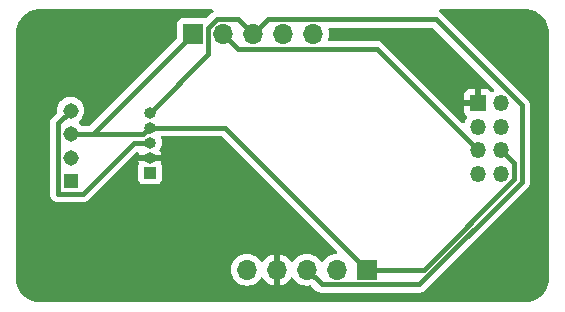
<source format=gbr>
%TF.GenerationSoftware,KiCad,Pcbnew,8.0.3*%
%TF.CreationDate,2024-06-13T10:05:26+02:00*%
%TF.ProjectId,radar_module,72616461-725f-46d6-9f64-756c652e6b69,rev?*%
%TF.SameCoordinates,Original*%
%TF.FileFunction,Copper,L1,Top*%
%TF.FilePolarity,Positive*%
%FSLAX46Y46*%
G04 Gerber Fmt 4.6, Leading zero omitted, Abs format (unit mm)*
G04 Created by KiCad (PCBNEW 8.0.3) date 2024-06-13 10:05:26*
%MOMM*%
%LPD*%
G01*
G04 APERTURE LIST*
%TA.AperFunction,ComponentPad*%
%ADD10R,1.350000X1.350000*%
%TD*%
%TA.AperFunction,ComponentPad*%
%ADD11O,1.350000X1.350000*%
%TD*%
%TA.AperFunction,ComponentPad*%
%ADD12R,1.000000X1.000000*%
%TD*%
%TA.AperFunction,ComponentPad*%
%ADD13O,1.000000X1.000000*%
%TD*%
%TA.AperFunction,ComponentPad*%
%ADD14R,1.700000X1.700000*%
%TD*%
%TA.AperFunction,ComponentPad*%
%ADD15O,1.700000X1.700000*%
%TD*%
%TA.AperFunction,ComponentPad*%
%ADD16R,1.308000X1.308000*%
%TD*%
%TA.AperFunction,ComponentPad*%
%ADD17C,1.308000*%
%TD*%
%TA.AperFunction,Conductor*%
%ADD18C,0.400000*%
%TD*%
G04 APERTURE END LIST*
D10*
%TO.P,LD2450,1,Pin_1*%
%TO.N,GND*%
X135610000Y-96230000D03*
D11*
%TO.P,LD2450,2,Pin_2*%
%TO.N,unconnected-(J4-Pin_2-Pad2)*%
X137610000Y-96230000D03*
%TO.P,LD2450,3,Pin_3*%
%TO.N,unconnected-(J4-Pin_3-Pad3)*%
X135610000Y-98230000D03*
%TO.P,LD2450,4,Pin_4*%
%TO.N,+5V*%
X137610000Y-98230000D03*
%TO.P,LD2450,5,Pin_5*%
%TO.N,RX*%
X135610000Y-100230000D03*
%TO.P,LD2450,6,Pin_6*%
%TO.N,TX*%
X137610000Y-100230000D03*
%TO.P,LD2450,7,Pin_7*%
%TO.N,unconnected-(J4-Pin_7-Pad7)*%
X135610000Y-102230000D03*
%TO.P,LD2450,8,Pin_8*%
%TO.N,unconnected-(J4-Pin_8-Pad8)*%
X137610000Y-102230000D03*
%TD*%
D12*
%TO.P,LD2410,1,Pin_1*%
%TO.N,+5V*%
X107850000Y-102120000D03*
D13*
%TO.P,LD2410,2,Pin_2*%
%TO.N,GND*%
X107850000Y-100850000D03*
%TO.P,LD2410,3,Pin_3*%
%TO.N,RX*%
X107850000Y-99580000D03*
%TO.P,LD2410,4,Pin_4*%
%TO.N,TX*%
X107850000Y-98310000D03*
%TO.P,LD2410,5,Pin_5*%
%TO.N,OUT*%
X107850000Y-97040000D03*
%TD*%
D14*
%TO.P,LD2410C,1,Pin_1*%
%TO.N,TX*%
X126220000Y-110340000D03*
D15*
%TO.P,LD2410C,2,Pin_2*%
%TO.N,RX*%
X123680000Y-110340000D03*
%TO.P,LD2410C,3,Pin_3*%
%TO.N,OUT*%
X121140000Y-110340000D03*
%TO.P,LD2410C,4,Pin_4*%
%TO.N,GND*%
X118600000Y-110340000D03*
%TO.P,LD2410C,5,Pin_5*%
%TO.N,+5V*%
X116060000Y-110340000D03*
%TD*%
D14*
%TO.P,LD2410S,1,Pin_1*%
%TO.N,TX*%
X111500000Y-90390000D03*
D15*
%TO.P,LD2410S,2,Pin_2*%
%TO.N,RX*%
X114040000Y-90390000D03*
%TO.P,LD2410S,3,Pin_3*%
%TO.N,OUT*%
X116580000Y-90390000D03*
%TO.P,LD2410S,4,Pin_4*%
%TO.N,GND*%
X119120000Y-90390000D03*
%TO.P,LD2410S,5,Pin_5*%
%TO.N,+3.3V*%
X121660000Y-90390000D03*
%TD*%
D16*
%TO.P,J1,1,1*%
%TO.N,GND*%
X101140000Y-102860000D03*
D17*
%TO.P,J1,2,2*%
%TO.N,+3.3V*%
X101140000Y-100860000D03*
%TO.P,J1,3,3*%
%TO.N,TX*%
X101140000Y-98860000D03*
%TO.P,J1,4,4*%
%TO.N,RX*%
X101140000Y-96860000D03*
%TD*%
D18*
%TO.N,OUT*%
X117830000Y-89140000D02*
X116580000Y-90390000D01*
X139320000Y-96419720D02*
X132040280Y-89140000D01*
X132040280Y-89140000D02*
X117830000Y-89140000D01*
X115330000Y-89140000D02*
X116580000Y-90390000D01*
X112790000Y-89872233D02*
X113522233Y-89140000D01*
X121140000Y-110340000D02*
X122390000Y-111590000D01*
X113522233Y-89140000D02*
X115330000Y-89140000D01*
X139320000Y-102888808D02*
X139320000Y-96419720D01*
X122390000Y-111590000D02*
X130618808Y-111590000D01*
X112790000Y-92100000D02*
X112790000Y-89872233D01*
X107850000Y-97040000D02*
X112790000Y-92100000D01*
X130618808Y-111590000D02*
X139320000Y-102888808D01*
%TO.N,TX*%
X114190000Y-98310000D02*
X126220000Y-110340000D01*
X107850000Y-98310000D02*
X114190000Y-98310000D01*
X101140000Y-98860000D02*
X103030000Y-98860000D01*
X138685000Y-102675280D02*
X138685000Y-101305000D01*
X138685000Y-101305000D02*
X137610000Y-100230000D01*
X107300000Y-98860000D02*
X107850000Y-98310000D01*
X103030000Y-98860000D02*
X111500000Y-90390000D01*
X101140000Y-98860000D02*
X107300000Y-98860000D01*
X131020280Y-110340000D02*
X138685000Y-102675280D01*
X126220000Y-110340000D02*
X131020280Y-110340000D01*
%TO.N,RX*%
X115340000Y-91690000D02*
X127070000Y-91690000D01*
X102194000Y-103914000D02*
X100086000Y-103914000D01*
X127070000Y-91690000D02*
X135610000Y-100230000D01*
X100086000Y-97914000D02*
X101140000Y-96860000D01*
X107850000Y-99580000D02*
X106528000Y-99580000D01*
X106528000Y-99580000D02*
X102194000Y-103914000D01*
X100086000Y-103914000D02*
X100086000Y-97914000D01*
X114040000Y-90390000D02*
X115340000Y-91690000D01*
%TD*%
%TA.AperFunction,Conductor*%
%TO.N,GND*%
G36*
X113190999Y-88310185D02*
G01*
X113236754Y-88362989D01*
X113246698Y-88432147D01*
X113217673Y-88495703D01*
X113192850Y-88517603D01*
X113075687Y-88595887D01*
X112636327Y-89035247D01*
X112575004Y-89068732D01*
X112505313Y-89063748D01*
X112457487Y-89045910D01*
X112457480Y-89045908D01*
X112397883Y-89039501D01*
X112397881Y-89039500D01*
X112397873Y-89039500D01*
X112397864Y-89039500D01*
X110602129Y-89039500D01*
X110602123Y-89039501D01*
X110542516Y-89045908D01*
X110407671Y-89096202D01*
X110407664Y-89096206D01*
X110292455Y-89182452D01*
X110292452Y-89182455D01*
X110206206Y-89297664D01*
X110206202Y-89297671D01*
X110155908Y-89432517D01*
X110149501Y-89492116D01*
X110149500Y-89492135D01*
X110149500Y-90698480D01*
X110129815Y-90765519D01*
X110113181Y-90786161D01*
X102776162Y-98123181D01*
X102714839Y-98156666D01*
X102688481Y-98159500D01*
X102119463Y-98159500D01*
X102052424Y-98139815D01*
X102020510Y-98110228D01*
X102008037Y-98093712D01*
X101996841Y-98078886D01*
X101857251Y-97951633D01*
X101820973Y-97891927D01*
X101822733Y-97822079D01*
X101857251Y-97768366D01*
X101996841Y-97641114D01*
X102125781Y-97470370D01*
X102221151Y-97278840D01*
X102221151Y-97278837D01*
X102221153Y-97278835D01*
X102279703Y-97073050D01*
X102279704Y-97073047D01*
X102284127Y-97025322D01*
X102299446Y-96860000D01*
X102279704Y-96646952D01*
X102267125Y-96602741D01*
X102221153Y-96441164D01*
X102221150Y-96441158D01*
X102192885Y-96384394D01*
X102125781Y-96249630D01*
X101996841Y-96078886D01*
X101838722Y-95934742D01*
X101838716Y-95934738D01*
X101838713Y-95934736D01*
X101656813Y-95822108D01*
X101656807Y-95822106D01*
X101457297Y-95744815D01*
X101246980Y-95705500D01*
X101033020Y-95705500D01*
X100822703Y-95744815D01*
X100696533Y-95793693D01*
X100623192Y-95822106D01*
X100623186Y-95822108D01*
X100441286Y-95934736D01*
X100441283Y-95934738D01*
X100441279Y-95934740D01*
X100441278Y-95934742D01*
X100328664Y-96037403D01*
X100283158Y-96078887D01*
X100154219Y-96249629D01*
X100058849Y-96441158D01*
X100058846Y-96441164D01*
X100000296Y-96646949D01*
X100000295Y-96646952D01*
X99980554Y-96859999D01*
X99980554Y-96860000D01*
X99989497Y-96956512D01*
X99976082Y-97025082D01*
X99953707Y-97055634D01*
X99541885Y-97467456D01*
X99480408Y-97559465D01*
X99465230Y-97582180D01*
X99465223Y-97582192D01*
X99412420Y-97709671D01*
X99412418Y-97709677D01*
X99385500Y-97845004D01*
X99385500Y-97845007D01*
X99385500Y-103982993D01*
X99385500Y-103982995D01*
X99385499Y-103982995D01*
X99412418Y-104118322D01*
X99412421Y-104118332D01*
X99465221Y-104245804D01*
X99465228Y-104245817D01*
X99541885Y-104360541D01*
X99541888Y-104360545D01*
X99639454Y-104458111D01*
X99639458Y-104458114D01*
X99754182Y-104534771D01*
X99754195Y-104534778D01*
X99881667Y-104587578D01*
X99881672Y-104587580D01*
X99881676Y-104587580D01*
X99881677Y-104587581D01*
X100017004Y-104614500D01*
X100017007Y-104614500D01*
X102262996Y-104614500D01*
X102354040Y-104596389D01*
X102398328Y-104587580D01*
X102462069Y-104561177D01*
X102525807Y-104534777D01*
X102525808Y-104534776D01*
X102525811Y-104534775D01*
X102640543Y-104458114D01*
X106697213Y-100401443D01*
X106758534Y-100367960D01*
X106828226Y-100372944D01*
X106884159Y-100414816D01*
X106908576Y-100480280D01*
X106903553Y-100525121D01*
X106880839Y-100599999D01*
X106880840Y-100600000D01*
X107640382Y-100600000D01*
X107589936Y-100650446D01*
X107547149Y-100724555D01*
X107525000Y-100807213D01*
X107525000Y-100892787D01*
X107547149Y-100975445D01*
X107589936Y-101049554D01*
X107640382Y-101100000D01*
X106880840Y-101100000D01*
X106921651Y-101234537D01*
X106922651Y-101236407D01*
X106922878Y-101237501D01*
X106923981Y-101240162D01*
X106923476Y-101240370D01*
X106936896Y-101304809D01*
X106912564Y-101369172D01*
X106906205Y-101377666D01*
X106906202Y-101377671D01*
X106855908Y-101512517D01*
X106849501Y-101572116D01*
X106849501Y-101572123D01*
X106849500Y-101572135D01*
X106849500Y-102667870D01*
X106849501Y-102667876D01*
X106855908Y-102727483D01*
X106906202Y-102862328D01*
X106906206Y-102862335D01*
X106992452Y-102977544D01*
X106992455Y-102977547D01*
X107107664Y-103063793D01*
X107107671Y-103063797D01*
X107242517Y-103114091D01*
X107242516Y-103114091D01*
X107249444Y-103114835D01*
X107302127Y-103120500D01*
X108397872Y-103120499D01*
X108457483Y-103114091D01*
X108592331Y-103063796D01*
X108707546Y-102977546D01*
X108793796Y-102862331D01*
X108844091Y-102727483D01*
X108850500Y-102667873D01*
X108850499Y-101572128D01*
X108844091Y-101512517D01*
X108828371Y-101470370D01*
X108793797Y-101377671D01*
X108793793Y-101377664D01*
X108787439Y-101369176D01*
X108763021Y-101303712D01*
X108776505Y-101240369D01*
X108776018Y-101240167D01*
X108777110Y-101237530D01*
X108777349Y-101236408D01*
X108778347Y-101234539D01*
X108819160Y-101100000D01*
X108059618Y-101100000D01*
X108110064Y-101049554D01*
X108152851Y-100975445D01*
X108175000Y-100892787D01*
X108175000Y-100807213D01*
X108152851Y-100724555D01*
X108110064Y-100650446D01*
X108059618Y-100600000D01*
X108819160Y-100600000D01*
X108819160Y-100599999D01*
X108778347Y-100465458D01*
X108685496Y-100291746D01*
X108682110Y-100286678D01*
X108683784Y-100285559D01*
X108660081Y-100229746D01*
X108671874Y-100160879D01*
X108682839Y-100143818D01*
X108682523Y-100143607D01*
X108685904Y-100138544D01*
X108685910Y-100138538D01*
X108778814Y-99964727D01*
X108836024Y-99776132D01*
X108855341Y-99580000D01*
X108836024Y-99383868D01*
X108778814Y-99195273D01*
X108778811Y-99195267D01*
X108777572Y-99192948D01*
X108777289Y-99191590D01*
X108776482Y-99189641D01*
X108776851Y-99189487D01*
X108763333Y-99124545D01*
X108788337Y-99059302D01*
X108844643Y-99017934D01*
X108886933Y-99010500D01*
X113848481Y-99010500D01*
X113915520Y-99030185D01*
X113936162Y-99046819D01*
X123670069Y-108780726D01*
X123703554Y-108842049D01*
X123698570Y-108911741D01*
X123656698Y-108967674D01*
X123593196Y-108991935D01*
X123444596Y-109004936D01*
X123444586Y-109004938D01*
X123216344Y-109066094D01*
X123216335Y-109066098D01*
X123002171Y-109165964D01*
X123002169Y-109165965D01*
X122808597Y-109301505D01*
X122641505Y-109468597D01*
X122511575Y-109654158D01*
X122456998Y-109697783D01*
X122387500Y-109704977D01*
X122325145Y-109673454D01*
X122308425Y-109654158D01*
X122178494Y-109468597D01*
X122011402Y-109301506D01*
X122011395Y-109301501D01*
X121817834Y-109165967D01*
X121817830Y-109165965D01*
X121817828Y-109165964D01*
X121603663Y-109066097D01*
X121603659Y-109066096D01*
X121603655Y-109066094D01*
X121375413Y-109004938D01*
X121375403Y-109004936D01*
X121140001Y-108984341D01*
X121139999Y-108984341D01*
X120904596Y-109004936D01*
X120904586Y-109004938D01*
X120676344Y-109066094D01*
X120676335Y-109066098D01*
X120462171Y-109165964D01*
X120462169Y-109165965D01*
X120268597Y-109301505D01*
X120101508Y-109468594D01*
X119971269Y-109654595D01*
X119916692Y-109698219D01*
X119847193Y-109705412D01*
X119784839Y-109673890D01*
X119768119Y-109654594D01*
X119638113Y-109468926D01*
X119638108Y-109468920D01*
X119471082Y-109301894D01*
X119277578Y-109166399D01*
X119063492Y-109066570D01*
X119063486Y-109066567D01*
X118850000Y-109009364D01*
X118850000Y-109906988D01*
X118792993Y-109874075D01*
X118665826Y-109840000D01*
X118534174Y-109840000D01*
X118407007Y-109874075D01*
X118350000Y-109906988D01*
X118350000Y-109009364D01*
X118349999Y-109009364D01*
X118136513Y-109066567D01*
X118136507Y-109066570D01*
X117922422Y-109166399D01*
X117922420Y-109166400D01*
X117728926Y-109301886D01*
X117728920Y-109301891D01*
X117561891Y-109468920D01*
X117561890Y-109468922D01*
X117431880Y-109654595D01*
X117377303Y-109698219D01*
X117307804Y-109705412D01*
X117245450Y-109673890D01*
X117228730Y-109654594D01*
X117098494Y-109468597D01*
X116931402Y-109301506D01*
X116931395Y-109301501D01*
X116737834Y-109165967D01*
X116737830Y-109165965D01*
X116737828Y-109165964D01*
X116523663Y-109066097D01*
X116523659Y-109066096D01*
X116523655Y-109066094D01*
X116295413Y-109004938D01*
X116295403Y-109004936D01*
X116060001Y-108984341D01*
X116059999Y-108984341D01*
X115824596Y-109004936D01*
X115824586Y-109004938D01*
X115596344Y-109066094D01*
X115596335Y-109066098D01*
X115382171Y-109165964D01*
X115382169Y-109165965D01*
X115188597Y-109301505D01*
X115021505Y-109468597D01*
X114885965Y-109662169D01*
X114885964Y-109662171D01*
X114786098Y-109876335D01*
X114786094Y-109876344D01*
X114724938Y-110104586D01*
X114724936Y-110104596D01*
X114704341Y-110339999D01*
X114704341Y-110340000D01*
X114724936Y-110575403D01*
X114724938Y-110575413D01*
X114786094Y-110803655D01*
X114786096Y-110803659D01*
X114786097Y-110803663D01*
X114865801Y-110974588D01*
X114885965Y-111017830D01*
X114885967Y-111017834D01*
X114933651Y-111085933D01*
X115021505Y-111211401D01*
X115188599Y-111378495D01*
X115285384Y-111446265D01*
X115382165Y-111514032D01*
X115382167Y-111514033D01*
X115382170Y-111514035D01*
X115596337Y-111613903D01*
X115824592Y-111675063D01*
X116012918Y-111691539D01*
X116059999Y-111695659D01*
X116060000Y-111695659D01*
X116060001Y-111695659D01*
X116099234Y-111692226D01*
X116295408Y-111675063D01*
X116523663Y-111613903D01*
X116737830Y-111514035D01*
X116931401Y-111378495D01*
X117098495Y-111211401D01*
X117228730Y-111025405D01*
X117283307Y-110981781D01*
X117352805Y-110974587D01*
X117415160Y-111006110D01*
X117431879Y-111025405D01*
X117561890Y-111211078D01*
X117728917Y-111378105D01*
X117922421Y-111513600D01*
X118136507Y-111613429D01*
X118136516Y-111613433D01*
X118350000Y-111670634D01*
X118350000Y-110773012D01*
X118407007Y-110805925D01*
X118534174Y-110840000D01*
X118665826Y-110840000D01*
X118792993Y-110805925D01*
X118850000Y-110773012D01*
X118850000Y-111670633D01*
X119063483Y-111613433D01*
X119063492Y-111613429D01*
X119277578Y-111513600D01*
X119471082Y-111378105D01*
X119638105Y-111211082D01*
X119768119Y-111025405D01*
X119822696Y-110981781D01*
X119892195Y-110974588D01*
X119954549Y-111006110D01*
X119971269Y-111025405D01*
X120101505Y-111211401D01*
X120268599Y-111378495D01*
X120365384Y-111446265D01*
X120462165Y-111514032D01*
X120462167Y-111514033D01*
X120462170Y-111514035D01*
X120676337Y-111613903D01*
X120904592Y-111675063D01*
X121092918Y-111691539D01*
X121139999Y-111695659D01*
X121140000Y-111695659D01*
X121140001Y-111695659D01*
X121179234Y-111692226D01*
X121375408Y-111675063D01*
X121392216Y-111670559D01*
X121462064Y-111672218D01*
X121511994Y-111702651D01*
X121943453Y-112134111D01*
X121943454Y-112134112D01*
X122058192Y-112210777D01*
X122185667Y-112263578D01*
X122185672Y-112263580D01*
X122185676Y-112263580D01*
X122185677Y-112263581D01*
X122321003Y-112290500D01*
X122321006Y-112290500D01*
X130687804Y-112290500D01*
X130778848Y-112272389D01*
X130823136Y-112263580D01*
X130886877Y-112237177D01*
X130950615Y-112210777D01*
X130950616Y-112210776D01*
X130950619Y-112210775D01*
X131065351Y-112134114D01*
X139864114Y-103335351D01*
X139940775Y-103220619D01*
X139993580Y-103093136D01*
X140007069Y-103025322D01*
X140020500Y-102957804D01*
X140020500Y-96350726D01*
X140016201Y-96329118D01*
X140016201Y-96329117D01*
X139993580Y-96215392D01*
X139977818Y-96177339D01*
X139940777Y-96087912D01*
X139864112Y-95973174D01*
X132486825Y-88595887D01*
X132369663Y-88517603D01*
X132324857Y-88463991D01*
X132316150Y-88394666D01*
X132346304Y-88331638D01*
X132405747Y-88294918D01*
X132438553Y-88290500D01*
X139594108Y-88290500D01*
X139655933Y-88290500D01*
X139664043Y-88290765D01*
X139912895Y-88307075D01*
X139928953Y-88309190D01*
X140136105Y-88350395D01*
X140169535Y-88357045D01*
X140185202Y-88361243D01*
X140354947Y-88418863D01*
X140417481Y-88440091D01*
X140432458Y-88446294D01*
X140641799Y-88549529D01*
X140652460Y-88554787D01*
X140666508Y-88562897D01*
X140870464Y-88699177D01*
X140883328Y-88709048D01*
X141067749Y-88870781D01*
X141079218Y-88882250D01*
X141238387Y-89063748D01*
X141240951Y-89066671D01*
X141250824Y-89079537D01*
X141276535Y-89118017D01*
X141387102Y-89283492D01*
X141395212Y-89297539D01*
X141503702Y-89517534D01*
X141509909Y-89532520D01*
X141588756Y-89764797D01*
X141592954Y-89780464D01*
X141640807Y-90021035D01*
X141642925Y-90037116D01*
X141659235Y-90285956D01*
X141659500Y-90294066D01*
X141659500Y-111085933D01*
X141659235Y-111094043D01*
X141642925Y-111342883D01*
X141640807Y-111358964D01*
X141592954Y-111599535D01*
X141588756Y-111615202D01*
X141509909Y-111847479D01*
X141503702Y-111862465D01*
X141395212Y-112082460D01*
X141387102Y-112096507D01*
X141250825Y-112300460D01*
X141240951Y-112313328D01*
X141079218Y-112497749D01*
X141067749Y-112509218D01*
X140883328Y-112670951D01*
X140870460Y-112680825D01*
X140666507Y-112817102D01*
X140652460Y-112825212D01*
X140432465Y-112933702D01*
X140417479Y-112939909D01*
X140185202Y-113018756D01*
X140169535Y-113022954D01*
X139928964Y-113070807D01*
X139912883Y-113072925D01*
X139664043Y-113089235D01*
X139655933Y-113089500D01*
X98504067Y-113089500D01*
X98495957Y-113089235D01*
X98247116Y-113072925D01*
X98231035Y-113070807D01*
X97990464Y-113022954D01*
X97974797Y-113018756D01*
X97742520Y-112939909D01*
X97727534Y-112933702D01*
X97507539Y-112825212D01*
X97493492Y-112817102D01*
X97289539Y-112680825D01*
X97276671Y-112670951D01*
X97092250Y-112509218D01*
X97080781Y-112497749D01*
X96919048Y-112313328D01*
X96909174Y-112300460D01*
X96884532Y-112263581D01*
X96772897Y-112096507D01*
X96764787Y-112082460D01*
X96658855Y-111867652D01*
X96656294Y-111862458D01*
X96650090Y-111847479D01*
X96571243Y-111615202D01*
X96567045Y-111599535D01*
X96523078Y-111378498D01*
X96519190Y-111358953D01*
X96517075Y-111342895D01*
X96500765Y-111094043D01*
X96500500Y-111085933D01*
X96500500Y-90294066D01*
X96500765Y-90285956D01*
X96506595Y-90197007D01*
X96517075Y-90037102D01*
X96519190Y-90021048D01*
X96567045Y-89780462D01*
X96571243Y-89764797D01*
X96594337Y-89696762D01*
X96650093Y-89532512D01*
X96656291Y-89517547D01*
X96764790Y-89297533D01*
X96772893Y-89283498D01*
X96909182Y-89079527D01*
X96919039Y-89066681D01*
X97080786Y-88882244D01*
X97092244Y-88870786D01*
X97276681Y-88709039D01*
X97289527Y-88699182D01*
X97493498Y-88562893D01*
X97507533Y-88554790D01*
X97727547Y-88446291D01*
X97742512Y-88440093D01*
X97969653Y-88362989D01*
X97974797Y-88361243D01*
X97990464Y-88357045D01*
X98231048Y-88309190D01*
X98247102Y-88307075D01*
X98495957Y-88290765D01*
X98504067Y-88290500D01*
X98565892Y-88290500D01*
X113123960Y-88290500D01*
X113190999Y-88310185D01*
G37*
%TD.AperFunction*%
%TA.AperFunction,Conductor*%
G36*
X131765800Y-89860185D02*
G01*
X131786442Y-89876819D01*
X136972513Y-95062890D01*
X137005998Y-95124213D01*
X137001014Y-95193905D01*
X136959142Y-95249838D01*
X136950111Y-95255997D01*
X136898565Y-95287913D01*
X136887214Y-95298261D01*
X136824408Y-95328875D01*
X136755021Y-95320674D01*
X136704414Y-95280932D01*
X136642187Y-95197809D01*
X136527093Y-95111649D01*
X136527086Y-95111645D01*
X136392379Y-95061403D01*
X136392372Y-95061401D01*
X136332844Y-95055000D01*
X135860000Y-95055000D01*
X135860000Y-95914314D01*
X135855606Y-95909920D01*
X135764394Y-95857259D01*
X135662661Y-95830000D01*
X135557339Y-95830000D01*
X135455606Y-95857259D01*
X135364394Y-95909920D01*
X135360000Y-95914314D01*
X135360000Y-95055000D01*
X134887155Y-95055000D01*
X134827627Y-95061401D01*
X134827620Y-95061403D01*
X134692913Y-95111645D01*
X134692906Y-95111649D01*
X134577812Y-95197809D01*
X134577809Y-95197812D01*
X134491649Y-95312906D01*
X134491645Y-95312913D01*
X134441403Y-95447620D01*
X134441401Y-95447627D01*
X134435000Y-95507155D01*
X134435000Y-95980000D01*
X135294314Y-95980000D01*
X135289920Y-95984394D01*
X135237259Y-96075606D01*
X135210000Y-96177339D01*
X135210000Y-96282661D01*
X135237259Y-96384394D01*
X135289920Y-96475606D01*
X135294314Y-96480000D01*
X134435000Y-96480000D01*
X134435000Y-96952844D01*
X134441401Y-97012372D01*
X134441403Y-97012379D01*
X134491645Y-97147086D01*
X134491649Y-97147093D01*
X134577809Y-97262186D01*
X134663405Y-97326264D01*
X134705276Y-97382198D01*
X134710260Y-97451890D01*
X134688049Y-97500257D01*
X134606288Y-97608528D01*
X134509183Y-97803539D01*
X134509182Y-97803540D01*
X134492726Y-97861377D01*
X134455446Y-97920470D01*
X134392136Y-97950027D01*
X134322896Y-97940663D01*
X134285779Y-97915122D01*
X127516546Y-91145888D01*
X127516545Y-91145887D01*
X127401807Y-91069222D01*
X127274332Y-91016421D01*
X127274322Y-91016418D01*
X127138996Y-90989500D01*
X127138994Y-90989500D01*
X127138993Y-90989500D01*
X123059106Y-90989500D01*
X122992067Y-90969815D01*
X122946312Y-90917011D01*
X122936368Y-90847853D01*
X122939331Y-90833407D01*
X122962990Y-90745107D01*
X122995063Y-90625408D01*
X123015659Y-90390000D01*
X122995063Y-90154592D01*
X122952728Y-89996593D01*
X122954391Y-89926743D01*
X122993554Y-89868881D01*
X123057782Y-89841377D01*
X123072503Y-89840500D01*
X131698761Y-89840500D01*
X131765800Y-89860185D01*
G37*
%TD.AperFunction*%
%TD*%
M02*

</source>
